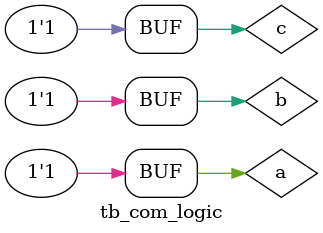
<source format=sv>
`timescale 1 ns/ 1 ns
module tb_com_logic;
	logic a, b, c;
	logic y;
	
	initial
	begin 
	 a = 1'b0;
	 b = 1'b0;
	 c = 1'b0;
	 #100 a = 1'b1;
	 #100 a = 1'b0;
	 b = 1'b1;
	 #100 b = 1'b0;
	 c = 1'b1;
	 #100 a = 1'b1;
	 #100 a = 1'b0;
	 b = 1'b1;
	 #100 c = 1'b0;
	 a = 1'b1;
	 #100 c = 1'b1;
	 #100;
	end

sillyfunction A1
	(
		.a(a),
		.b(b),
		.c(c),
		.y(y)
	);

endmodule

</source>
